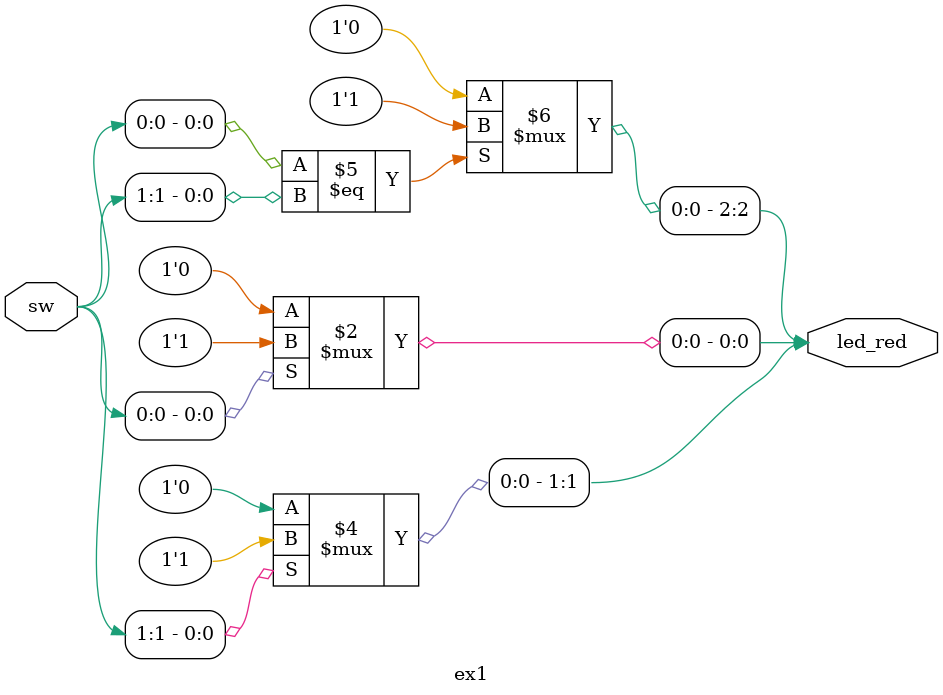
<source format=v>
module ex1 (sw,led_red);

input [1:0] sw;
output [3:0] led_red;

assign led_red[0]=( sw[0] ==1)?1'b1:1'b0;

assign led_red[1]=( sw[1] ==1)?1'b1:1'b0;

assign led_red[2]=( sw[0] ==sw[1])?1'b1:1'b0;
endmodule

</source>
